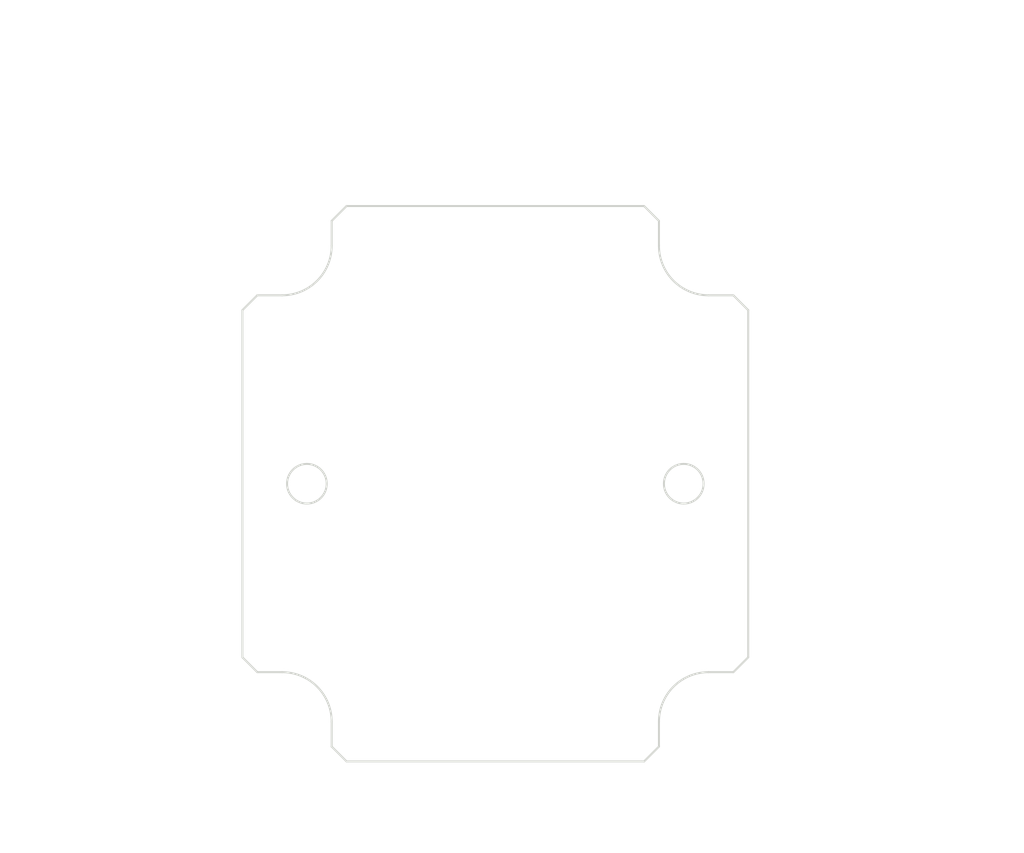
<source format=kicad_pcb>
(kicad_pcb (version 20171130) (host pcbnew "(5.1.0)-1")

  (general
    (thickness 1.6)
    (drawings 69)
    (tracks 0)
    (zones 0)
    (modules 0)
    (nets 1)
  )

  (page A4)
  (layers
    (0 F.Cu signal)
    (31 B.Cu signal)
    (32 B.Adhes user)
    (33 F.Adhes user)
    (34 B.Paste user)
    (35 F.Paste user)
    (36 B.SilkS user)
    (37 F.SilkS user)
    (38 B.Mask user)
    (39 F.Mask user)
    (40 Dwgs.User user)
    (41 Cmts.User user)
    (42 Eco1.User user)
    (43 Eco2.User user)
    (44 Edge.Cuts user)
    (45 Margin user)
    (46 B.CrtYd user)
    (47 F.CrtYd user)
    (48 B.Fab user)
    (49 F.Fab user)
  )

  (setup
    (last_trace_width 0.25)
    (trace_clearance 0.2)
    (zone_clearance 0.508)
    (zone_45_only no)
    (trace_min 0.2)
    (via_size 0.8)
    (via_drill 0.4)
    (via_min_size 0.4)
    (via_min_drill 0.3)
    (uvia_size 0.3)
    (uvia_drill 0.1)
    (uvias_allowed no)
    (uvia_min_size 0.2)
    (uvia_min_drill 0.1)
    (edge_width 0.05)
    (segment_width 0.2)
    (pcb_text_width 0.3)
    (pcb_text_size 1.5 1.5)
    (mod_edge_width 0.12)
    (mod_text_size 1 1)
    (mod_text_width 0.15)
    (pad_size 1.524 1.524)
    (pad_drill 0.762)
    (pad_to_mask_clearance 0.051)
    (solder_mask_min_width 0.25)
    (aux_axis_origin 0 0)
    (visible_elements FFFFFF7F)
    (pcbplotparams
      (layerselection 0x010fc_ffffffff)
      (usegerberextensions false)
      (usegerberattributes false)
      (usegerberadvancedattributes false)
      (creategerberjobfile false)
      (excludeedgelayer true)
      (linewidth 0.152400)
      (plotframeref false)
      (viasonmask false)
      (mode 1)
      (useauxorigin false)
      (hpglpennumber 1)
      (hpglpenspeed 20)
      (hpglpendiameter 15.000000)
      (psnegative false)
      (psa4output false)
      (plotreference true)
      (plotvalue true)
      (plotinvisibletext false)
      (padsonsilk false)
      (subtractmaskfromsilk false)
      (outputformat 1)
      (mirror false)
      (drillshape 1)
      (scaleselection 1)
      (outputdirectory ""))
  )

  (net 0 "")

  (net_class Default "This is the default net class."
    (clearance 0.2)
    (trace_width 0.25)
    (via_dia 0.8)
    (via_drill 0.4)
    (uvia_dia 0.3)
    (uvia_drill 0.1)
  )

  (gr_circle (center 131.007007 101.709243) (end 133.007007 101.709243) (layer Edge.Cuts) (width 0.2))
  (gr_line (start 124.507007 84.209243) (end 126.007007 82.709243) (layer Edge.Cuts) (width 0.2))
  (gr_line (start 133.507007 75.209243) (end 135.007007 73.709243) (layer Edge.Cuts) (width 0.2))
  (gr_line (start 124.507007 84.209243) (end 124.507007 119.209243) (layer Edge.Cuts) (width 0.2))
  (gr_line (start 128.507007 82.709243) (end 126.007007 82.709243) (layer Edge.Cuts) (width 0.2))
  (gr_arc (start 128.507007 77.709243) (end 128.507007 82.709243) (angle -90) (layer Edge.Cuts) (width 0.2))
  (gr_line (start 133.507007 75.209243) (end 133.507007 77.709243) (layer Edge.Cuts) (width 0.2))
  (gr_line (start 165.007007 73.709243) (end 135.007007 73.709243) (layer Edge.Cuts) (width 0.2))
  (gr_circle (center 169.007007 101.709243) (end 171.007007 101.709243) (layer Edge.Cuts) (width 0.2))
  (gr_line (start 165.007007 73.709243) (end 166.507007 75.209243) (layer Edge.Cuts) (width 0.2))
  (gr_line (start 166.507007 75.209243) (end 166.507007 77.709243) (layer Edge.Cuts) (width 0.2))
  (gr_arc (start 171.507007 77.709243) (end 166.507007 77.709243) (angle -90) (layer Edge.Cuts) (width 0.2))
  (gr_line (start 171.507007 82.709243) (end 174.007007 82.709243) (layer Edge.Cuts) (width 0.2))
  (gr_line (start 174.007007 82.709243) (end 175.507007 84.209243) (layer Edge.Cuts) (width 0.2))
  (gr_line (start 175.507007 84.209243) (end 175.507007 119.209243) (layer Edge.Cuts) (width 0.2))
  (gr_line (start 135.007007 129.709243) (end 165.007007 129.709243) (layer Edge.Cuts) (width 0.2))
  (gr_arc (start 128.507007 125.709243) (end 133.507007 125.709243) (angle -90) (layer Edge.Cuts) (width 0.2))
  (gr_line (start 128.507007 120.709243) (end 126.007007 120.709243) (layer Edge.Cuts) (width 0.2))
  (gr_line (start 126.007007 120.709243) (end 124.507007 119.209243) (layer Edge.Cuts) (width 0.2))
  (gr_line (start 133.507007 128.209243) (end 133.507007 125.709243) (layer Edge.Cuts) (width 0.2))
  (gr_line (start 135.007007 129.709243) (end 133.507007 128.209243) (layer Edge.Cuts) (width 0.2))
  (gr_line (start 171.507007 120.709243) (end 174.007007 120.709243) (layer Edge.Cuts) (width 0.2))
  (gr_arc (start 171.507007 125.709243) (end 171.507007 120.709243) (angle -90) (layer Edge.Cuts) (width 0.2))
  (gr_line (start 175.507007 119.209243) (end 174.007007 120.709243) (layer Edge.Cuts) (width 0.2))
  (gr_line (start 166.507007 128.209243) (end 166.507007 125.709243) (layer Edge.Cuts) (width 0.2))
  (gr_line (start 166.507007 128.209243) (end 165.007007 129.709243) (layer Edge.Cuts) (width 0.2))
  (gr_text [R0.20] (at 111.992289 130.186926) (layer Dwgs.User)
    (effects (font (size 1.7 1.53) (thickness 0.2125)))
  )
  (gr_text " R5.00" (at 111.992289 126.629491) (layer Dwgs.User)
    (effects (font (size 1.7 1.53) (thickness 0.2125)))
  )
  (gr_line (start 116.46306 128.297465) (end 131.440045 125.078939) (layer Dwgs.User) (width 0.2))
  (gr_line (start 131.007007 101.799243) (end 131.007007 101.619243) (layer Dwgs.User) (width 0.2))
  (gr_line (start 130.917007 101.709243) (end 131.097007 101.709243) (layer Dwgs.User) (width 0.2))
  (gr_text " ∅4.00\n[∅0.16]" (at 104.855697 111.356978) (layer Dwgs.User)
    (effects (font (size 1.7 1.53) (thickness 0.2125)))
  )
  (gr_line (start 111.392566 111.356978) (end 127.4177 103.474712) (layer Dwgs.User) (width 0.2))
  (gr_line (start 109.392566 111.356978) (end 111.392566 111.356978) (layer Dwgs.User) (width 0.2))
  (gr_text [.26] (at 118.641572 99.253791) (layer Dwgs.User)
    (effects (font (size 1.7 1.53) (thickness 0.2125)))
  )
  (gr_text " 6.50" (at 118.641572 95.696356) (layer Dwgs.User)
    (effects (font (size 1.7 1.53) (thickness 0.2125)))
  )
  (gr_line (start 124.507007 97.36433) (end 122.025781 97.36433) (layer Dwgs.User) (width 0.2))
  (gr_line (start 129.007007 97.36433) (end 126.507007 97.36433) (layer Dwgs.User) (width 0.2))
  (gr_line (start 131.007007 100.709243) (end 131.007007 94.18933) (layer Dwgs.User) (width 0.2))
  (gr_text [1.50] (at 150.007007 137.598704) (layer Dwgs.User)
    (effects (font (size 1.7 1.53) (thickness 0.2125)))
  )
  (gr_text " 38.00" (at 150.007007 134.040689) (layer Dwgs.User)
    (effects (font (size 1.7 1.53) (thickness 0.2125)))
  )
  (gr_line (start 133.007007 135.709243) (end 145.962395 135.709243) (layer Dwgs.User) (width 0.2))
  (gr_line (start 167.007007 135.709243) (end 154.051618 135.709243) (layer Dwgs.User) (width 0.2))
  (gr_line (start 131.007007 102.709243) (end 131.007007 138.884243) (layer Dwgs.User) (width 0.2))
  (gr_line (start 169.007007 102.709243) (end 169.007007 138.884243) (layer Dwgs.User) (width 0.2))
  (gr_text [1.50] (at 188.106647 103.598704) (layer Dwgs.User)
    (effects (font (size 1.7 1.53) (thickness 0.2125)))
  )
  (gr_text " 38.00" (at 188.106647 100.040689) (layer Dwgs.User)
    (effects (font (size 1.7 1.53) (thickness 0.2125)))
  )
  (gr_line (start 188.106647 118.709243) (end 188.106647 105.267258) (layer Dwgs.User) (width 0.2))
  (gr_line (start 188.106647 84.709243) (end 188.106647 98.151228) (layer Dwgs.User) (width 0.2))
  (gr_line (start 175.007007 120.709243) (end 191.281647 120.709243) (layer Dwgs.User) (width 0.2))
  (gr_line (start 175.007007 82.709243) (end 191.281647 82.709243) (layer Dwgs.User) (width 0.2))
  (gr_text [1.30] (at 150.007007 68.91528) (layer Dwgs.User)
    (effects (font (size 1.7 1.53) (thickness 0.2125)))
  )
  (gr_text " 33.00" (at 150.007007 65.357265) (layer Dwgs.User)
    (effects (font (size 1.7 1.53) (thickness 0.2125)))
  )
  (gr_line (start 164.507007 67.025819) (end 154.051618 67.025819) (layer Dwgs.User) (width 0.2))
  (gr_line (start 135.507007 67.025819) (end 145.962395 67.025819) (layer Dwgs.User) (width 0.2))
  (gr_line (start 166.507007 74.209243) (end 166.507007 63.850819) (layer Dwgs.User) (width 0.2))
  (gr_line (start 133.507007 74.209243) (end 133.507007 63.850819) (layer Dwgs.User) (width 0.2))
  (gr_text [2.20] (at 199.294093 103.598704) (layer Dwgs.User)
    (effects (font (size 1.7 1.53) (thickness 0.2125)))
  )
  (gr_text " 56.00" (at 199.294093 100.041269) (layer Dwgs.User)
    (effects (font (size 1.7 1.53) (thickness 0.2125)))
  )
  (gr_line (start 199.294093 127.709243) (end 199.294093 105.266679) (layer Dwgs.User) (width 0.2))
  (gr_line (start 199.294093 75.709243) (end 199.294093 98.151808) (layer Dwgs.User) (width 0.2))
  (gr_line (start 166.007007 129.709243) (end 202.469093 129.709243) (layer Dwgs.User) (width 0.2))
  (gr_line (start 166.007007 73.709243) (end 202.469093 73.709243) (layer Dwgs.User) (width 0.2))
  (gr_text [2.01] (at 150.007007 58.098704) (layer Dwgs.User)
    (effects (font (size 1.7 1.53) (thickness 0.2125)))
  )
  (gr_text " 51.00" (at 150.007007 54.541269) (layer Dwgs.User)
    (effects (font (size 1.7 1.53) (thickness 0.2125)))
  )
  (gr_line (start 173.507007 56.209243) (end 154.051618 56.209243) (layer Dwgs.User) (width 0.2))
  (gr_line (start 126.507007 56.209243) (end 145.962395 56.209243) (layer Dwgs.User) (width 0.2))
  (gr_line (start 175.507007 83.209243) (end 175.507007 53.034243) (layer Dwgs.User) (width 0.2))
  (gr_line (start 124.507007 83.209243) (end 124.507007 53.034243) (layer Dwgs.User) (width 0.2))

)

</source>
